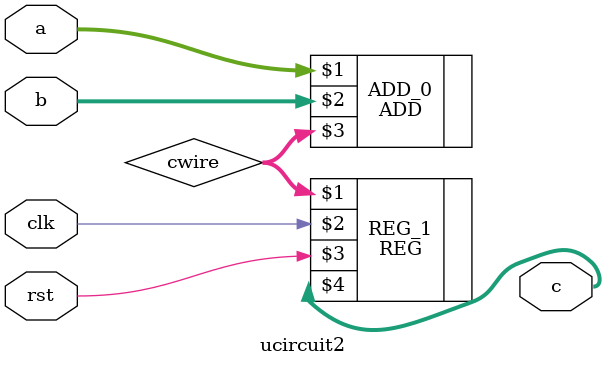
<source format=v>
module ucircuit2(clk, rst, a, b, c);

	input clk, rst;
	input [7:0] a;
	input [15:0] b;
	output [31:0] c;
	wire [31:0] cwire;

	ADD #(32)ADD_0(a, b, cwire);
	REG #(32)REG_1(cwire, clk, rst, c);

endmodule


</source>
